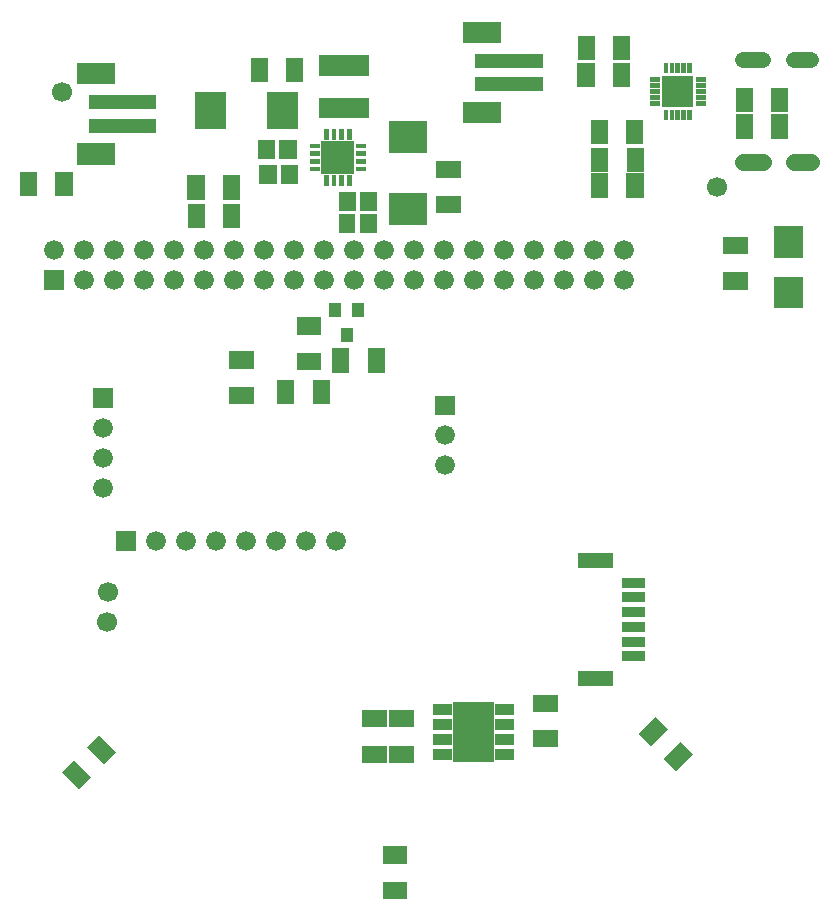
<source format=gbr>
G04 start of page 7 for group -4062 idx -4062 *
G04 Title: (unknown), soldermask *
G04 Creator: pcb 4.2.0 *
G04 CreationDate: Fri Feb 14 02:49:43 2020 UTC *
G04 For: blinken *
G04 Format: Gerber/RS-274X *
G04 PCB-Dimensions (mm): 90.16 90.16 *
G04 PCB-Coordinate-Origin: lower left *
%MOMM*%
%FSLAX43Y43*%
%LNBOTTOMMASK*%
%ADD67C,1.358*%
%ADD66C,1.408*%
%ADD65C,1.700*%
%ADD64C,0.002*%
%ADD63C,0.702*%
%ADD62C,1.676*%
G54D62*X26110Y66370D03*
X28650D03*
X31190D03*
X26110Y68910D03*
X28650D03*
X31190D03*
X33730D03*
X36270D03*
X38810D03*
X33730Y66370D03*
X36270D03*
X38810D03*
X41350D03*
G54D63*X37460Y76760D03*
X38260Y77560D03*
X36660D03*
X38260Y75960D03*
X36660D03*
G54D62*X18490Y66370D03*
Y68910D03*
X21030Y66370D03*
Y68910D03*
G54D64*G36*
X12572Y67208D02*Y65532D01*
X14248D01*
Y67208D01*
X12572D01*
G37*
G54D62*X13410Y68910D03*
X15950Y66370D03*
Y68910D03*
X23570Y66370D03*
Y68910D03*
G54D64*G36*
X16730Y57253D02*Y55577D01*
X18407D01*
Y57253D01*
X16730D01*
G37*
G54D62*X17568Y53875D03*
Y51335D03*
Y48795D03*
X41350Y68910D03*
X43890Y66370D03*
X46430D03*
X48970D03*
G54D64*G36*
X45700Y56600D02*Y54924D01*
X47376D01*
Y56600D01*
X45700D01*
G37*
G54D62*X46538Y53222D03*
Y50682D03*
X43890Y68910D03*
X46430D03*
X48970D03*
X51510D03*
X54050D03*
X56590D03*
X51510Y66370D03*
X54050D03*
X56590D03*
X59130D03*
Y68910D03*
X61670D03*
Y66370D03*
G54D64*G36*
X18692Y45138D02*Y43462D01*
X20368D01*
Y45138D01*
X18692D01*
G37*
G54D62*X22070Y44300D03*
X24610D03*
X27150D03*
X29690D03*
X32230D03*
X34770D03*
X37310D03*
G54D65*X17980Y40010D03*
X17940Y37420D03*
X69540Y74300D03*
X14100Y82260D03*
G54D64*G36*
X35880Y85424D02*Y83670D01*
X40134D01*
Y85424D01*
X35880D01*
G37*
G36*
X31515Y85215D02*X30063D01*
Y83162D01*
X31515D01*
Y85215D01*
G37*
G36*
X34515D02*X33063D01*
Y83162D01*
X34515D01*
Y85215D01*
G37*
G36*
X48086Y88254D02*Y86446D01*
X51294D01*
Y88254D01*
X48086D01*
G37*
G36*
Y81454D02*Y79646D01*
X51294D01*
Y81454D01*
X48086D01*
G37*
G36*
X49086Y85554D02*Y84346D01*
X54794D01*
Y85554D01*
X49086D01*
G37*
G36*
Y83554D02*Y82346D01*
X54794D01*
Y83554D01*
X49086D01*
G37*
G36*
X41813Y79827D02*Y77173D01*
X44967D01*
Y79827D01*
X41813D01*
G37*
G36*
X38960Y75985D02*Y75585D01*
X39860D01*
Y75985D01*
X38960D01*
G37*
G36*
Y76635D02*Y76235D01*
X39860D01*
Y76635D01*
X38960D01*
G37*
G36*
Y77285D02*Y76885D01*
X39860D01*
Y77285D01*
X38960D01*
G37*
G36*
Y77935D02*Y77535D01*
X39860D01*
Y77935D01*
X38960D01*
G37*
G36*
X37335Y75260D02*X36935D01*
Y74360D01*
X37335D01*
Y75260D01*
G37*
G36*
X37985D02*X37585D01*
Y74360D01*
X37985D01*
Y75260D01*
G37*
G36*
X38635D02*X38235D01*
Y74360D01*
X38635D01*
Y75260D01*
G37*
G36*
X45794Y76496D02*Y75044D01*
X47846D01*
Y76496D01*
X45794D01*
G37*
G36*
X40741Y72001D02*X39339D01*
Y70399D01*
X40741D01*
Y72001D01*
G37*
G36*
X38941D02*X37539D01*
Y70399D01*
X38941D01*
Y72001D01*
G37*
G36*
X38951Y73801D02*X37549D01*
Y72199D01*
X38951D01*
Y73801D01*
G37*
G36*
X40751D02*X39349D01*
Y72199D01*
X40751D01*
Y73801D01*
G37*
G36*
X34066Y76146D02*X32614D01*
Y74494D01*
X34066D01*
Y76146D01*
G37*
G36*
X34019Y63218D02*Y61766D01*
X36071D01*
Y63218D01*
X34019D01*
G37*
G36*
Y60219D02*Y58766D01*
X36071D01*
Y60219D01*
X34019D01*
G37*
G36*
X32266Y76146D02*X30814D01*
Y74494D01*
X32266D01*
Y76146D01*
G37*
G36*
X15101Y25735D02*X14074Y24708D01*
X15526Y23257D01*
X16552Y24284D01*
X15101Y25735D01*
G37*
G36*
X17222Y27856D02*X16196Y26829D01*
X17647Y25378D01*
X18674Y26405D01*
X17222Y27856D01*
G37*
G36*
X50647Y30697D02*X47193D01*
Y25543D01*
X50647D01*
Y30697D01*
G37*
G36*
X45493Y26717D02*Y25713D01*
X47097D01*
Y26717D01*
X45493D01*
G37*
G36*
Y27987D02*Y26983D01*
X47097D01*
Y27987D01*
X45493D01*
G37*
G36*
Y29257D02*Y28253D01*
X47097D01*
Y29257D01*
X45493D01*
G37*
G36*
Y30527D02*Y29523D01*
X47097D01*
Y30527D01*
X45493D01*
G37*
G36*
X50743Y26717D02*Y25713D01*
X52347D01*
Y26717D01*
X50743D01*
G37*
G36*
Y27987D02*Y26983D01*
X52347D01*
Y27987D01*
X50743D01*
G37*
G36*
X54012Y28276D02*Y26824D01*
X56065D01*
Y28276D01*
X54012D01*
G37*
G36*
X50743Y29257D02*Y28253D01*
X52347D01*
Y29257D01*
X50743D01*
G37*
G36*
Y30527D02*Y29523D01*
X52347D01*
Y30527D01*
X50743D01*
G37*
G36*
X54012Y31276D02*Y29823D01*
X56065D01*
Y31276D01*
X54012D01*
G37*
G36*
X39528Y29959D02*Y28506D01*
X41580D01*
Y29959D01*
X39528D01*
G37*
G36*
X41812Y29955D02*Y28502D01*
X43864D01*
Y29955D01*
X41812D01*
G37*
G36*
X39528Y26959D02*Y25507D01*
X41580D01*
Y26959D01*
X39528D01*
G37*
G36*
X41812Y26955D02*Y25503D01*
X43864D01*
Y26955D01*
X41812D01*
G37*
G36*
X27986Y82289D02*X25332D01*
Y79135D01*
X27986D01*
Y82289D01*
G37*
G36*
X35880Y81824D02*Y80070D01*
X40134D01*
Y81824D01*
X35880D01*
G37*
G36*
X34086Y82289D02*X31432D01*
Y79135D01*
X34086D01*
Y82289D01*
G37*
G36*
X26170Y75233D02*X24718D01*
Y73180D01*
X26170D01*
Y75233D01*
G37*
G36*
X11996Y75524D02*X10544D01*
Y73472D01*
X11996D01*
Y75524D01*
G37*
G36*
X14996D02*X13543D01*
Y73472D01*
X14996D01*
Y75524D01*
G37*
G36*
X15366Y77954D02*Y76146D01*
X18574D01*
Y77954D01*
X15366D01*
G37*
G36*
X38635Y79160D02*X38235D01*
Y78260D01*
X38635D01*
Y79160D01*
G37*
G36*
X37985D02*X37585D01*
Y78260D01*
X37985D01*
Y79160D01*
G37*
G36*
X37335D02*X36935D01*
Y78260D01*
X37335D01*
Y79160D01*
G37*
G36*
X35060Y77935D02*Y77535D01*
X35960D01*
Y77935D01*
X35060D01*
G37*
G36*
Y77285D02*Y76885D01*
X35960D01*
Y77285D01*
X35060D01*
G37*
G36*
Y76635D02*Y76235D01*
X35960D01*
Y76635D01*
X35060D01*
G37*
G36*
Y75985D02*Y75585D01*
X35960D01*
Y75985D01*
X35060D01*
G37*
G36*
X36685Y75260D02*X36285D01*
Y74360D01*
X36685D01*
Y75260D01*
G37*
G36*
Y79160D02*X36285D01*
Y78260D01*
X36685D01*
Y79160D01*
G37*
G36*
X36058Y78162D02*Y75358D01*
X38862D01*
Y78162D01*
X36058D01*
G37*
G36*
X33966Y78276D02*X32514D01*
Y76624D01*
X33966D01*
Y78276D01*
G37*
G36*
X32166D02*X30714D01*
Y76624D01*
X32166D01*
Y78276D01*
G37*
G36*
X29170Y75233D02*X27717D01*
Y73180D01*
X29170D01*
Y75233D01*
G37*
G36*
X41813Y73727D02*Y71073D01*
X44967D01*
Y73727D01*
X41813D01*
G37*
G36*
X45794Y73496D02*Y72044D01*
X47846D01*
Y73496D01*
X45794D01*
G37*
G36*
X29200Y72857D02*X27748D01*
Y70805D01*
X29200D01*
Y72857D01*
G37*
G36*
X26200D02*X24748D01*
Y70805D01*
X26200D01*
Y72857D01*
G37*
G36*
X16366Y82054D02*Y80846D01*
X22074D01*
Y82054D01*
X16366D01*
G37*
G36*
Y80054D02*Y78846D01*
X22074D01*
Y80054D01*
X16366D01*
G37*
G36*
X15366Y84754D02*Y82946D01*
X18574D01*
Y84754D01*
X15366D01*
G37*
G36*
X70094Y67026D02*Y65574D01*
X72146D01*
Y67026D01*
X70094D01*
G37*
G54D66*X71750Y76390D02*X73440D01*
G54D64*G36*
X70094Y70026D02*Y68574D01*
X72146D01*
Y70026D01*
X70094D01*
G37*
G36*
X76835Y66635D02*X74385D01*
Y63985D01*
X76835D01*
Y66635D01*
G37*
G36*
Y70935D02*X74385D01*
Y68285D01*
X76835D01*
Y70935D01*
G37*
G54D66*X76100Y76390D02*X77500D01*
G54D64*G36*
X65383Y28376D02*X64356Y29403D01*
X62905Y27952D01*
X63932Y26925D01*
X65383Y28376D01*
G37*
G36*
X67504Y26254D02*X66477Y27281D01*
X65026Y25830D01*
X66053Y24803D01*
X67504Y26254D01*
G37*
G36*
X41269Y18425D02*Y16972D01*
X43321D01*
Y18425D01*
X41269D01*
G37*
G36*
X57826Y33294D02*Y32040D01*
X60780D01*
Y33294D01*
X57826D01*
G37*
G36*
Y43244D02*Y41990D01*
X60780D01*
Y43244D01*
X57826D01*
G37*
G36*
X41427Y60600D02*X39975D01*
Y58548D01*
X41427D01*
Y60600D01*
G37*
G36*
X37730Y64419D02*X36714D01*
Y63251D01*
X37730D01*
Y64419D01*
G37*
G36*
X39711D02*X38695D01*
Y63251D01*
X39711D01*
Y64419D01*
G37*
G36*
X38720Y62336D02*X37704D01*
Y61168D01*
X38720D01*
Y62336D01*
G37*
G36*
X38427Y60600D02*X36975D01*
Y58548D01*
X38427D01*
Y60600D01*
G37*
G36*
X28278Y60344D02*Y58891D01*
X30330D01*
Y60344D01*
X28278D01*
G37*
G36*
X36774Y57901D02*X35321D01*
Y55849D01*
X36774D01*
Y57901D01*
G37*
G36*
X33774D02*X32322D01*
Y55849D01*
X33774D01*
Y57901D01*
G37*
G36*
X28278Y57344D02*Y55892D01*
X30330D01*
Y57344D01*
X28278D01*
G37*
G36*
X61526Y34944D02*Y34090D01*
X63480D01*
Y34944D01*
X61526D01*
G37*
G36*
Y36194D02*Y35340D01*
X63480D01*
Y36194D01*
X61526D01*
G37*
G36*
Y37444D02*Y36590D01*
X63480D01*
Y37444D01*
X61526D01*
G37*
G36*
Y38694D02*Y37840D01*
X63480D01*
Y38694D01*
X61526D01*
G37*
G36*
Y39944D02*Y39090D01*
X63480D01*
Y39944D01*
X61526D01*
G37*
G36*
Y41194D02*Y40340D01*
X63480D01*
Y41194D01*
X61526D01*
G37*
G36*
X41269Y15425D02*Y13972D01*
X43321D01*
Y15425D01*
X41269D01*
G37*
G36*
X60332Y79947D02*X58880D01*
Y77895D01*
X60332D01*
Y79947D01*
G37*
G36*
X59206Y87057D02*X57754D01*
Y85004D01*
X59206D01*
Y87057D01*
G37*
G36*
X59190Y84736D02*X57737D01*
Y82684D01*
X59190D01*
Y84736D01*
G37*
G36*
X60334Y75404D02*X58882D01*
Y73351D01*
X60334D01*
Y75404D01*
G37*
G36*
X60350Y77583D02*X58897D01*
Y75531D01*
X60350D01*
Y77583D01*
G37*
G36*
X62206Y87057D02*X60753D01*
Y85004D01*
X62206D01*
Y87057D01*
G37*
G36*
X62189Y84736D02*X60737D01*
Y82684D01*
X62189D01*
Y84736D01*
G37*
G36*
X63334Y75404D02*X61882D01*
Y73351D01*
X63334D01*
Y75404D01*
G37*
G36*
X63350Y77583D02*X61897D01*
Y75531D01*
X63350D01*
Y77583D01*
G37*
G36*
X63332Y79947D02*X61880D01*
Y77895D01*
X63332D01*
Y79947D01*
G37*
G36*
X67442Y80790D02*X67039D01*
Y79958D01*
X67442D01*
Y80790D01*
G37*
G36*
X66942D02*X66539D01*
Y79958D01*
X66942D01*
Y80790D01*
G37*
G36*
X66442D02*X66039D01*
Y79958D01*
X66442D01*
Y80790D01*
G37*
G36*
X65941D02*X65539D01*
Y79958D01*
X65941D01*
Y80790D01*
G37*
G36*
X65441D02*X65038D01*
Y79958D01*
X65441D01*
Y80790D01*
G37*
G36*
X63858Y81541D02*Y81138D01*
X64690D01*
Y81541D01*
X63858D01*
G37*
G36*
Y82041D02*Y81639D01*
X64690D01*
Y82041D01*
X63858D01*
G37*
G36*
Y82542D02*Y82139D01*
X64690D01*
Y82542D01*
X63858D01*
G37*
G36*
Y83042D02*Y82639D01*
X64690D01*
Y83042D01*
X63858D01*
G37*
G36*
Y83542D02*Y83139D01*
X64690D01*
Y83542D01*
X63858D01*
G37*
G36*
X67790D02*Y83139D01*
X68622D01*
Y83542D01*
X67790D01*
G37*
G36*
Y83042D02*Y82639D01*
X68622D01*
Y83042D01*
X67790D01*
G37*
G36*
Y82542D02*Y82139D01*
X68622D01*
Y82542D01*
X67790D01*
G37*
G36*
Y82041D02*Y81639D01*
X68622D01*
Y82041D01*
X67790D01*
G37*
G36*
Y81541D02*Y81138D01*
X68622D01*
Y81541D01*
X67790D01*
G37*
G36*
X64939Y82392D02*Y81039D01*
X66292D01*
Y82392D01*
X64939D01*
G37*
G36*
X66189D02*Y81039D01*
X67541D01*
Y82392D01*
X66189D01*
G37*
G36*
Y83641D02*Y82289D01*
X67541D01*
Y83641D01*
X66189D01*
G37*
G36*
X64939D02*Y82289D01*
X66292D01*
Y83641D01*
X64939D01*
G37*
G36*
X65441Y84722D02*X65038D01*
Y83890D01*
X65441D01*
Y84722D01*
G37*
G36*
X65941D02*X65539D01*
Y83890D01*
X65941D01*
Y84722D01*
G37*
G36*
X66442D02*X66039D01*
Y83890D01*
X66442D01*
Y84722D01*
G37*
G36*
X66942D02*X66539D01*
Y83890D01*
X66942D01*
Y84722D01*
G37*
G36*
X67442D02*X67039D01*
Y83890D01*
X67442D01*
Y84722D01*
G37*
G54D67*X71750Y85040D02*X73440D01*
X76100D02*X77500D01*
G54D64*G36*
X75600Y82650D02*X74148D01*
Y80597D01*
X75600D01*
Y82650D01*
G37*
G36*
X72600D02*X71148D01*
Y80597D01*
X72600D01*
Y82650D01*
G37*
G36*
X75609Y80398D02*X74157D01*
Y78345D01*
X75609D01*
Y80398D01*
G37*
G36*
X72609D02*X71157D01*
Y78345D01*
X72609D01*
Y80398D01*
G37*
M02*

</source>
